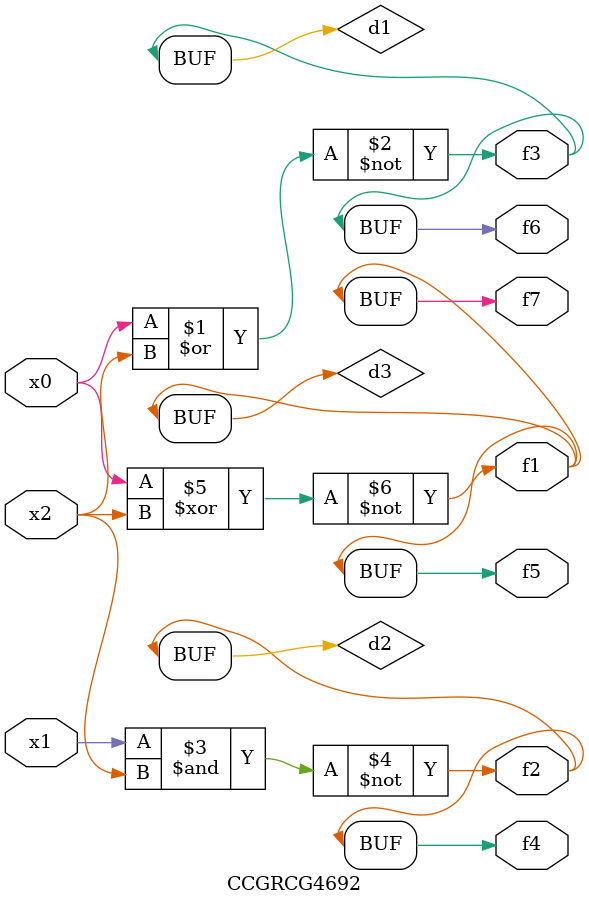
<source format=v>
module CCGRCG4692(
	input x0, x1, x2,
	output f1, f2, f3, f4, f5, f6, f7
);

	wire d1, d2, d3;

	nor (d1, x0, x2);
	nand (d2, x1, x2);
	xnor (d3, x0, x2);
	assign f1 = d3;
	assign f2 = d2;
	assign f3 = d1;
	assign f4 = d2;
	assign f5 = d3;
	assign f6 = d1;
	assign f7 = d3;
endmodule

</source>
